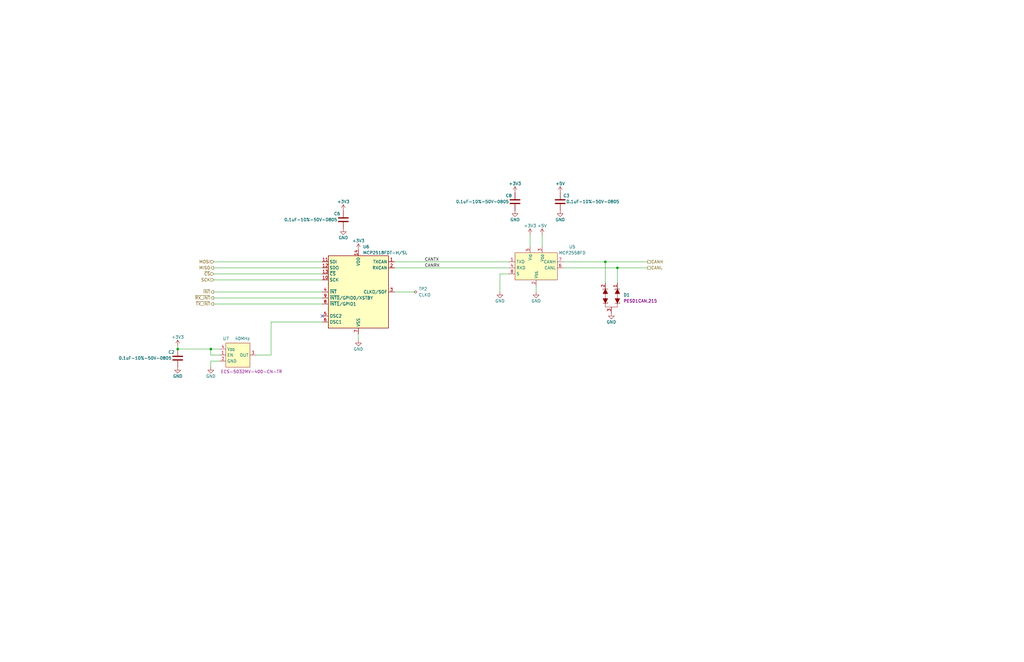
<source format=kicad_sch>
(kicad_sch (version 20231120) (generator "eeschema") (generator_version "8.0")
  (paper "B")
  (title_block (title "NX Indicator Board V2") (date "2024-08-05") (rev "2") (company "971 Spartan Robotics"))
  (lib_symbols
    (symbol "Connector:TestPoint_Small" (pin_numbers hide) (pin_names (offset 0.762) hide)
      (property "Reference" "TP" (at 0 3.81 0))
      (property "Value" "TestPoint_Small" (at 0 2.032 0))
      (symbol "TestPoint_Small_0_1"
        (circle (center 0 0) (radius 0.508))
      )
      (symbol "TestPoint_Small_1_1"
        (pin passive line (at 0 0 90) (length 0) (name "1") (number "1"))
      )
    )
    (symbol "Device:C" (pin_numbers hide) (pin_names (offset 0.254))
      (property "Reference" "C" (at 0.635 2.54 0))
      (property "Value" "C" (at 0.635 -2.54 0))
      (symbol "C_0_1"
        (polyline (pts (xy -2.032 -0.762) (xy 2.032 -0.762)) (stroke (width 0.508)))
        (polyline (pts (xy -2.032 0.762) (xy 2.032 0.762)) (stroke (width 0.508)))
      )
      (symbol "C_1_1"
        (pin passive line (at 0 3.81 270) (length 2.794) (name "~") (number "1"))
        (pin passive line (at 0 -3.81 90) (length 2.794) (name "~") (number "2"))
      )
    )
    (symbol "Interface_CAN_LIN:MCP2518FD-xQBB"
      (property "Reference" "U6" (at 1.905 13.97 0))
      (property "Value" "MCP2518FDT-H/SL" (at 1.905 11.43 0))
      (symbol "MCP2518FD-xQBB_0_1"
        (rectangle (start -12.7 10.16) (end 12.7 -20.32) (stroke (width 0.254)) (fill (type background)))
      )
      (symbol "MCP2518FD-xQBB_1_1"
        (pin output line (at 15.24 7.62 180) (length 2.54) (name "TXCAN") (number "1"))
        (pin input line (at -15.24 0 0) (length 2.54) (name "SCK") (number "10"))
        (pin input line (at -15.24 7.62 0) (length 2.54) (name "SDI") (number "11"))
        (pin output line (at -15.24 5.08 0) (length 2.54) (name "SDO") (number "12"))
        (pin input line (at -15.24 2.54 0) (length 2.54) (name "~{CS}") (number "13"))
        (pin power_in line (at 0 12.7 270) (length 2.54) (name "VDD") (number "14"))
        (pin input line (at 15.24 5.08 180) (length 2.54) (name "RXCAN") (number "2"))
        (pin output line (at 15.24 -5.08 180) (length 2.54) (name "CLKO/SOF") (number "3"))
        (pin output line (at -15.24 -5.08 0) (length 2.54) (name "~{INT}") (number "4"))
        (pin output line (at -15.24 -15.24 0) (length 2.54) (name "OSC2") (number "5"))
        (pin input line (at -15.24 -17.78 0) (length 2.54) (name "OSC1") (number "6"))
        (pin power_in line (at 0 -22.86 90) (length 2.54) (name "VSS") (number "7"))
        (pin bidirectional line (at -15.24 -10.16 0) (length 2.54) (name "~{INT1}/GPIO1") (number "8"))
        (pin bidirectional line (at -15.24 -7.62 0) (length 2.54) (name "~{INT0}/GPIO0/XSTBY") (number "9"))
      )
    )
    (symbol "NX-IndicatorBoard:40MHz-ECS-5032MV"
      (property "Reference" "U?" (at 1.27 1.27 0))
      (property "Value" "40MHz" (at 5.08 -11.43 0))
      (property "MFG P/N" "ECS-5032MV-400-CN-TR" (at 5.08 -13.97 0))
      (symbol "40MHz-ECS-5032MV_0_0"
        (pin output line (at 12.7 -5.08 180) (length 2.54) (name "OUT") (number "3"))
        (pin power_in line (at -2.54 -2.54 0) (length 2.54) (name "V_{DD}") (number "4"))
      )
      (symbol "40MHz-ECS-5032MV_0_1"
        (rectangle (start 0 0) (end 10.16 -10.16) (fill (type background)))
      )
      (symbol "40MHz-ECS-5032MV_1_1"
        (pin input line (at -2.54 -5.08 0) (length 2.54) (name "EN") (number "1"))
        (pin passive line (at -2.54 -7.62 0) (length 2.54) (name "GND") (number "2"))
      )
    )
    (symbol "NX-IndicatorBoard:Microchip-MCP2558FDT-H/MF"
      (property "Reference" "U5" (at 15.24 2.5086 0))
      (property "Value" "MCP2558FD" (at 15.24 -0.0314 0))
      (symbol "Microchip-MCP2558FDT-H/MF_1_1"
        (rectangle (start -8.89 0) (end 8.89 -11.43) (fill (type background)))
        (pin input line (at -11.43 -3.81 0) (length 2.54) (name "TXD") (number "1"))
        (pin passive line (at 0 -13.97 90) (length 2.54) (name "V_{SS}") (number "2"))
        (pin passive line (at 2.54 2.54 270) (length 2.54) (name "V_{DD}") (number "3"))
        (pin output line (at -11.43 -6.35 0) (length 2.54) (name "RXD") (number "4"))
        (pin output line (at -2.54 2.54 270) (length 2.54) (name "V_{IO}") (number "5"))
        (pin open_collector line (at 11.43 -6.35 180) (length 2.54) (name "CANL") (number "6"))
        (pin open_emitter line (at 11.43 -3.81 180) (length 2.54) (name "CANH") (number "7"))
        (pin input line (at -11.43 -8.89 0) (length 2.54) (name "S") (number "8"))
      )
    )
    (symbol "PI-Power-Board:PESD1CAN" (pin_names hide)
      (property "Reference" "D" (at 0 0 0))
      (property "MFG P/N" "PESD1CAN,215" (at 0 0 0))
      (symbol "PESD1CAN_0_1"
        (polyline (pts (xy -1.27 -7.62) (xy 0.762 -7.62)))
        (polyline (pts (xy -1.27 -2.54) (xy 0.762 -2.54)))
        (polyline (pts (xy 0.635 -7.62) (xy 3.175 -7.62)))
        (polyline (pts (xy 0.635 -2.54) (xy 3.175 -2.54)))
        (polyline (pts (xy 4.826 -7.62) (xy 2.794 -7.62)))
        (polyline (pts (xy 4.826 -2.54) (xy 2.794 -2.54)))
        (polyline (pts (xy -1.27 -6.604) (xy -1.27 -8.636) (xy -0.762 -8.636)))
        (polyline (pts (xy -1.27 -1.524) (xy -1.27 -3.556) (xy -0.762 -3.556)))
        (polyline (pts (xy 4.826 -8.636) (xy 4.826 -6.604) (xy 4.318 -6.604)))
        (polyline (pts (xy 4.826 -3.556) (xy 4.826 -1.524) (xy 4.318 -1.524)))
        (polyline (pts (xy 0.762 -6.604) (xy -1.27 -7.62) (xy 0.762 -8.636) (xy 0.762 -6.604)) (fill (type outline)))
        (polyline (pts (xy 0.762 -1.524) (xy -1.27 -2.54) (xy 0.762 -3.556) (xy 0.762 -1.524)) (fill (type outline)))
        (polyline (pts (xy 2.794 -8.636) (xy 4.826 -7.62) (xy 2.794 -6.604) (xy 2.794 -8.636)) (fill (type outline)))
        (polyline (pts (xy 2.794 -3.556) (xy 4.826 -2.54) (xy 2.794 -1.524) (xy 2.794 -3.556)) (fill (type outline)))
        (polyline (pts (xy 4.445 -2.54) (xy 6.35 -2.54) (xy 6.35 -7.62) (xy 4.445 -7.62)))
      )
      (symbol "PESD1CAN_1_1"
        (pin passive line (at -3.81 -2.54 0) (length 2.54) (name "K1") (number "1"))
        (pin passive line (at -3.81 -7.62 0) (length 2.54) (name "K1") (number "2"))
        (pin passive line (at 8.89 -5.08 180) (length 2.54) (name "KK") (number "3"))
      )
    )
    (symbol "power:+3V3" (power) (pin_names (offset 0))
      (property "Value" "+3V3" (at 0 3.556 0))
      (symbol "+3V3_0_1"
        (polyline (pts (xy -0.762 1.27) (xy 0 2.54)))
        (polyline (pts (xy 0 0) (xy 0 2.54)))
        (polyline (pts (xy 0 2.54) (xy 0.762 1.27)))
      )
      (symbol "+3V3_1_1"
        (pin power_in line (at 0 0 90) (length 0) hide (name "+3V3") (number "1"))
      )
    )
    (symbol "power:+5V" (power) (pin_numbers hide) (pin_names (offset 0) hide)
      (property "Value" "+5V" (at 0 3.556 0))
      (symbol "+5V_0_1"
        (polyline (pts (xy -0.762 1.27) (xy 0 2.54)))
        (polyline (pts (xy 0 0) (xy 0 2.54)))
        (polyline (pts (xy 0 2.54) (xy 0.762 1.27)))
      )
      (symbol "+5V_1_1"
        (pin power_in line (at 0 0 90) (length 0) (name "~") (number "1"))
      )
    )
    (symbol "power:GND" (power) (pin_names (offset 0))
      (property "Value" "GND" (at 0 -3.81 0))
      (symbol "GND_0_1"
        (polyline (pts (xy 0 0) (xy 0 -1.27) (xy 1.27 -1.27) (xy 0 -2.54) (xy -1.27 -1.27) (xy 0 -1.27)))
      )
      (symbol "GND_1_1"
        (pin power_in line (at 0 0 270) (length 0) hide (name "GND") (number "1"))
      )
    )
  )
  (junction (at 260.35 113.03))
  (junction (at 88.9 147.32))
  (junction (at 74.93 147.32))
  (junction (at 255.27 110.49))
  (no_connect (at 135.89 133.35))
  (wire (pts (xy 90.17 113.03) (xy 135.89 113.03)))
  (wire (pts (xy 88.9 149.86) (xy 88.9 147.32)))
  (wire (pts (xy 166.37 123.19) (xy 175.26 123.19)))
  (wire (pts (xy 151.13 140.97) (xy 151.13 143.51)))
  (wire (pts (xy 255.27 110.49) (xy 255.27 119.38)))
  (wire (pts (xy 260.35 113.03) (xy 273.05 113.03)))
  (wire (pts (xy 90.17 123.19) (xy 135.89 123.19)))
  (wire (pts (xy 90.17 128.27) (xy 135.89 128.27)))
  (wire (pts (xy 223.52 99.06) (xy 223.52 104.14)))
  (wire (pts (xy 74.93 146.05) (xy 74.93 147.32)))
  (wire (pts (xy 92.71 152.4) (xy 88.9 152.4)))
  (wire (pts (xy 92.71 147.32) (xy 88.9 147.32)))
  (wire (pts (xy 90.17 118.11) (xy 135.89 118.11)))
  (wire (pts (xy 237.49 110.49) (xy 255.27 110.49)))
  (wire (pts (xy 88.9 147.32) (xy 74.93 147.32)))
  (wire (pts (xy 255.27 110.49) (xy 273.05 110.49)))
  (wire (pts (xy 114.3 135.89) (xy 135.89 135.89)))
  (wire (pts (xy 214.63 115.57) (xy 210.82 115.57)))
  (wire (pts (xy 88.9 152.4) (xy 88.9 154.94)))
  (wire (pts (xy 166.37 113.03) (xy 214.63 113.03)))
  (wire (pts (xy 166.37 110.49) (xy 214.63 110.49)))
  (wire (pts (xy 237.49 113.03) (xy 260.35 113.03)))
  (wire (pts (xy 92.71 149.86) (xy 88.9 149.86)))
  (wire (pts (xy 210.82 115.57) (xy 210.82 123.19)))
  (wire (pts (xy 226.06 120.65) (xy 226.06 123.19)))
  (wire (pts (xy 90.17 115.57) (xy 135.89 115.57)))
  (wire (pts (xy 228.6 99.06) (xy 228.6 104.14)))
  (wire (pts (xy 260.35 113.03) (xy 260.35 119.38)))
  (wire (pts (xy 90.17 110.49) (xy 135.89 110.49)))
  (wire (pts (xy 90.17 125.73) (xy 135.89 125.73)))
  (wire (pts (xy 107.95 149.86) (xy 114.3 149.86)))
  (wire (pts (xy 114.3 149.86) (xy 114.3 135.89)))
  (label "CANTX" (at 179.07 110.49 0))
  (label "CANRX" (at 179.07 113.03 0))
  (hierarchical_label "CANL" (shape passive) (at 273.05 113.03 0))
  (hierarchical_label "MISO" (shape output) (at 90.17 113.03 180))
  (hierarchical_label "~{INT}" (shape output) (at 90.17 123.19 180))
  (hierarchical_label "SCK" (shape input) (at 90.17 118.11 180))
  (hierarchical_label "~{TX_INT}" (shape output) (at 90.17 128.27 180))
  (hierarchical_label "~{RX_INT}" (shape output) (at 90.17 125.73 180))
  (hierarchical_label "~{CS}" (shape input) (at 90.17 115.57 180))
  (hierarchical_label "CANH" (shape passive) (at 273.05 110.49 0))
  (hierarchical_label "MOSI" (shape input) (at 90.17 110.49 180))
  (symbol (lib_id "PI-Power-Board:PESD1CAN") (at 262.89 123.19 270) (unit 1)
    (property "Reference" "D1" (at 262.89 124.4599 90) (effects (justify left)))
    (property "Value" "PESD1CAN" (effects (hide yes)))
    (property "Footprint" "Package_TO_SOT_SMD:SOT-23" (effects (hide yes)))
    (property "Datasheet" "Components/Nexperia-PESD1CAN.pdf" (effects (hide yes)))
    (property "MFG" "Nexperia" (effects (hide yes)))
    (property "MFG P/N" "PESD1CAN,215" (at 262.89 126.9999 90) (effects (justify left)))
    (property "DIST" "Digikey" (effects (hide yes)))
    (property "DIST P/N" "1727-3817-1-ND" (effects (hide yes)))
    (instances (project "NX-IndicatorBoard" (path "" (reference "D1") (unit 1)) (path "" (reference "D2") (unit 1))))
  )
  (symbol (lib_id "power:+5V") (at 228.6 99.06 0) (unit 1)
    (property "Reference" "#PWR049" (effects (hide yes)))
    (property "Value" "+5V" (at 228.6 95.25 0))
    (property "Description" "Power symbol creates a global label with name \"+5V\"" (effects (hide yes)))
    (instances (project "NX-IndicatorBoard" (path "" (reference "#PWR049") (unit 1)) (path "" (reference "#PWR033") (unit 1))))
  )
  (symbol (lib_id "NX-IndicatorBoard:40MHz-ECS-5032MV") (at 95.25 144.78 0) (unit 1)
    (property "Reference" "U7" (at 95.25 142.875 0))
    (property "Value" "40MHz" (at 102.235 142.875 0))
    (property "Footprint" "NX-IndicatorBoard:ECS-5032MV" (effects (hide yes)))
    (property "Datasheet" "Components/ECS-5032MV.pdf" (effects (hide yes)))
    (property "MFG" "ECS Inc" (effects (hide yes)))
    (property "MFG P/N" "ECS-5032MV-400-CN-TR" (at 106.045 156.845 0))
    (property "DIST" "Digikey" (effects (hide yes)))
    (property "DIST P/N" "XC3112CT-ND" (effects (hide yes)))
    (instances (project "NX-IndicatorBoard" (path "" (reference "U7") (unit 1)) (path "" (reference "U4") (unit 1))))
  )
  (symbol (lib_id "Device:C") (at 74.93 151.13 0) (unit 1)
    (property "Reference" "C2" (at 73.66 148.59 0) (effects (justify right)))
    (property "Value" "0.1uF-10%-50V-0805" (at 72.39 151.13 0) (effects (justify right)))
    (property "Footprint" "Capacitor_SMD:C_0805_2012Metric" (effects (hide yes)))
    (property "Datasheet" "Components/YAGEO-UPY-GPHC_X7R_6.3V-to-250V_24.pdf" (effects (hide yes)))
    (property "MFG" "YAGEO" (effects (hide yes)))
    (property "MFG P/N" "CC0805KRX7R9BB104" (effects (hide yes)))
    (property "DIST" "Digikey" (effects (hide yes)))
    (property "DIST P/N" "311-1140-1-ND" (effects (hide yes)))
    (instances (project "NX-IndicatorBoard" (path "" (reference "C2") (unit 1)) (path "" (reference "C1") (unit 1))))
  )
  (symbol (lib_id "power:GND") (at 217.17 88.9 0) (unit 1)
    (property "Reference" "#PWR046" (effects (hide yes)))
    (property "Value" "GND" (at 217.17 92.71 0))
    (instances (project "NX-IndicatorBoard" (path "" (reference "#PWR046") (unit 1)) (path "" (reference "#PWR030") (unit 1))))
  )
  (symbol (lib_id "power:+3V3") (at 144.78 88.9 0) (unit 1)
    (property "Reference" "#PWR040" (effects (hide yes)))
    (property "Value" "+3V3" (at 144.78 85.09 0))
    (instances (project "NX-IndicatorBoard" (path "" (reference "#PWR040") (unit 1)) (path "" (reference "#PWR024") (unit 1))))
  )
  (symbol (lib_id "power:GND") (at 210.82 123.19 0) (unit 1)
    (property "Reference" "#PWR044" (effects (hide yes)))
    (property "Value" "GND" (at 210.82 127 0))
    (instances (project "NX-IndicatorBoard" (path "" (reference "#PWR044") (unit 1)) (path "" (reference "#PWR028") (unit 1))))
  )
  (symbol (lib_id "power:GND") (at 151.13 143.51 0) (unit 1)
    (property "Reference" "#PWR043" (effects (hide yes)))
    (property "Value" "GND" (at 151.13 147.32 0))
    (instances (project "NX-IndicatorBoard" (path "" (reference "#PWR043") (unit 1)) (path "" (reference "#PWR027") (unit 1))))
  )
  (symbol (lib_id "power:+3V3") (at 217.17 81.28 0) (unit 1)
    (property "Reference" "#PWR045" (effects (hide yes)))
    (property "Value" "+3V3" (at 217.17 77.47 0))
    (instances (project "NX-IndicatorBoard" (path "" (reference "#PWR045") (unit 1)) (path "" (reference "#PWR029") (unit 1))))
  )
  (symbol (lib_id "power:GND") (at 226.06 123.19 0) (unit 1)
    (property "Reference" "#PWR048" (effects (hide yes)))
    (property "Value" "GND" (at 226.06 127 0))
    (instances (project "NX-IndicatorBoard" (path "" (reference "#PWR048") (unit 1)) (path "" (reference "#PWR032") (unit 1))))
  )
  (symbol (lib_id "power:+3V3") (at 74.93 146.05 0) (unit 1)
    (property "Reference" "#PWR037" (effects (hide yes)))
    (property "Value" "+3V3" (at 74.93 142.24 0))
    (instances (project "NX-IndicatorBoard" (path "" (reference "#PWR037") (unit 1)) (path "" (reference "#PWR021") (unit 1))))
  )
  (symbol (lib_id "power:GND") (at 144.78 96.52 0) (unit 1)
    (property "Reference" "#PWR041" (effects (hide yes)))
    (property "Value" "GND" (at 144.78 100.33 0))
    (instances (project "NX-IndicatorBoard" (path "" (reference "#PWR041") (unit 1)) (path "" (reference "#PWR025") (unit 1))))
  )
  (symbol (lib_id "Device:C") (at 144.78 92.71 0) (unit 1)
    (property "Reference" "C6" (at 143.51 90.17 0) (effects (justify right)))
    (property "Value" "0.1uF-10%-50V-0805" (at 142.24 92.71 0) (effects (justify right)))
    (property "Footprint" "Capacitor_SMD:C_0805_2012Metric" (effects (hide yes)))
    (property "Datasheet" "Components/YAGEO-UPY-GPHC_X7R_6.3V-to-250V_24.pdf" (effects (hide yes)))
    (property "MFG" "YAGEO" (effects (hide yes)))
    (property "MFG P/N" "CC0805KRX7R9BB104" (effects (hide yes)))
    (property "DIST" "Digikey" (effects (hide yes)))
    (property "DIST P/N" "311-1140-1-ND" (effects (hide yes)))
    (instances (project "NX-IndicatorBoard" (path "" (reference "C6") (unit 1)) (path "" (reference "C7") (unit 1))))
  )
  (symbol (lib_id "power:GND") (at 74.93 154.94 0) (unit 1)
    (property "Reference" "#PWR038" (effects (hide yes)))
    (property "Value" "GND" (at 74.93 158.75 0))
    (instances (project "NX-IndicatorBoard" (path "" (reference "#PWR038") (unit 1)) (path "" (reference "#PWR022") (unit 1))))
  )
  (symbol (lib_id "power:+3V3") (at 223.52 99.06 0) (unit 1)
    (property "Reference" "#PWR047" (effects (hide yes)))
    (property "Value" "+3V3" (at 223.52 95.25 0))
    (instances (project "NX-IndicatorBoard" (path "" (reference "#PWR047") (unit 1)) (path "" (reference "#PWR031") (unit 1))))
  )
  (symbol (lib_id "Connector:TestPoint_Small") (at 175.26 123.19 0) (unit 1) (in_bom no)
    (property "Reference" "TP2" (at 176.53 121.9199 0) (effects (justify left)))
    (property "Value" "CLKO" (at 176.53 124.4599 0) (effects (justify left)))
    (property "Footprint" "TestPoint:TestPoint_THTPad_D1.0mm_Drill0.5mm" (effects (hide yes)))
    (property "Description" "test point" (effects (hide yes)))
    (instances (project "NX-IndicatorBoard" (path "" (reference "TP2") (unit 1)) (path "" (reference "TP1") (unit 1))))
  )
  (symbol (lib_id "power:GND") (at 257.81 132.08 0) (unit 1)
    (property "Reference" "#PWR052" (effects (hide yes)))
    (property "Value" "GND" (at 257.81 135.89 0))
    (instances (project "NX-IndicatorBoard" (path "" (reference "#PWR052") (unit 1)) (path "" (reference "#PWR036") (unit 1))))
  )
  (symbol (lib_id "power:GND") (at 236.22 88.9 0) (unit 1)
    (property "Reference" "#PWR051" (effects (hide yes)))
    (property "Value" "GND" (at 236.22 92.71 0))
    (instances (project "NX-IndicatorBoard" (path "" (reference "#PWR051") (unit 1)) (path "" (reference "#PWR035") (unit 1))))
  )
  (symbol (lib_id "power:+3V3") (at 151.13 105.41 0) (unit 1)
    (property "Reference" "#PWR042" (effects (hide yes)))
    (property "Value" "+3V3" (at 151.13 101.6 0))
    (instances (project "NX-IndicatorBoard" (path "" (reference "#PWR042") (unit 1)) (path "" (reference "#PWR026") (unit 1))))
  )
  (symbol (lib_id "Interface_CAN_LIN:MCP2518FD-xQBB") (at 151.13 118.11 0) (unit 1)
    (property "Reference" "U6" (at 153.035 104.14 0) (effects (justify left)))
    (property "Value" "MCP2518FDT-H/SL" (at 153.035 106.68 0) (effects (justify left)))
    (property "Footprint" "Package_SO:SO-14_3.9x8.65mm_P1.27mm" (effects (hide yes)))
    (property "Datasheet" "Components/Microchip-MCP2518.pdf" (effects (hide yes)))
    (property "Description" "CAN FD Controller with SPI Interface, up to 8 Mbps, Vdd 2.7..5.5V,  functional safety ready, VDFN-14" (effects (hide yes)))
    (property "MFG" "Microchip" (effects (hide yes)))
    (property "MFG P/N" "MCP2518FDT-H/SL" (effects (hide yes)))
    (property "DIST" "Digikey" (effects (hide yes)))
    (property "DIST P/N" "MCP2518FDT-H/SLCT-ND" (effects (hide yes)))
    (instances (project "NX-IndicatorBoard" (path "" (reference "U6") (unit 1)) (path "" (reference "U3") (unit 1))))
  )
  (symbol (lib_id "power:+5V") (at 236.22 81.28 0) (unit 1)
    (property "Reference" "#PWR050" (effects (hide yes)))
    (property "Value" "+5V" (at 236.22 77.47 0))
    (property "Description" "Power symbol creates a global label with name \"+5V\"" (effects (hide yes)))
    (instances (project "NX-IndicatorBoard" (path "" (reference "#PWR050") (unit 1)) (path "" (reference "#PWR034") (unit 1))))
  )
  (symbol (lib_id "Device:C") (at 217.17 85.09 0) (unit 1)
    (property "Reference" "C8" (at 215.9 82.55 0) (effects (justify right)))
    (property "Value" "0.1uF-10%-50V-0805" (at 214.63 85.09 0) (effects (justify right)))
    (property "Footprint" "Capacitor_SMD:C_0805_2012Metric" (effects (hide yes)))
    (property "Datasheet" "Components/YAGEO-UPY-GPHC_X7R_6.3V-to-250V_24.pdf" (effects (hide yes)))
    (property "MFG" "YAGEO" (effects (hide yes)))
    (property "MFG P/N" "CC0805KRX7R9BB104" (effects (hide yes)))
    (property "DIST" "Digikey" (effects (hide yes)))
    (property "DIST P/N" "311-1140-1-ND" (effects (hide yes)))
    (instances (project "NX-IndicatorBoard" (path "" (reference "C8") (unit 1)) (path "" (reference "C9") (unit 1))))
  )
  (symbol (lib_id "Device:C") (at 236.22 85.09 0) (mirror y) (unit 1)
    (property "Reference" "C3" (at 237.49 82.55 0) (effects (justify right)))
    (property "Value" "0.1uF-10%-50V-0805" (at 238.76 85.09 0) (effects (justify right)))
    (property "Footprint" "Capacitor_SMD:C_0805_2012Metric" (effects (hide yes)))
    (property "Datasheet" "Components/YAGEO-UPY-GPHC_X7R_6.3V-to-250V_24.pdf" (effects (hide yes)))
    (property "MFG" "YAGEO" (effects (hide yes)))
    (property "MFG P/N" "CC0805KRX7R9BB104" (effects (hide yes)))
    (property "DIST" "Digikey" (effects (hide yes)))
    (property "DIST P/N" "311-1140-1-ND" (effects (hide yes)))
    (instances (project "NX-IndicatorBoard" (path "" (reference "C3") (unit 1)) (path "" (reference "C4") (unit 1))))
  )
  (symbol (lib_id "NX-IndicatorBoard:Microchip-MCP2558FDT-H/MF") (at 226.06 106.68 0) (unit 1)
    (property "Reference" "U5" (at 241.3 104.1714 0))
    (property "Value" "MCP2558FD" (at 241.3 106.7114 0))
    (property "Footprint" "Package_SO:SO-8_3.9x4.9mm_P1.27mm" (effects (hide yes)))
    (property "Datasheet" "Components/Microchip-MCP2558FD.pdf" (effects (hide yes)))
    (property "Description" "1/1 Transceiver CANbus 8-SOIC" (effects (hide yes)))
    (property "MFG" "Microchip" (effects (hide yes)))
    (property "MFG P/N" "MCP2558FD-H/SN" (effects (hide yes)))
    (property "DIST" "Digikey" (effects (hide yes)))
    (property "DIST P/N" "MCP2558FD-H/SN-ND" (effects (hide yes)))
    (instances (project "NX-IndicatorBoard" (path "" (reference "U5") (unit 1)) (path "" (reference "U2") (unit 1))))
  )
  (symbol (lib_id "power:GND") (at 88.9 154.94 0) (unit 1)
    (property "Reference" "#PWR039" (effects (hide yes)))
    (property "Value" "GND" (at 88.9 158.75 0))
    (instances (project "NX-IndicatorBoard" (path "" (reference "#PWR039") (unit 1)) (path "" (reference "#PWR023") (unit 1))))
  )
)
</source>
